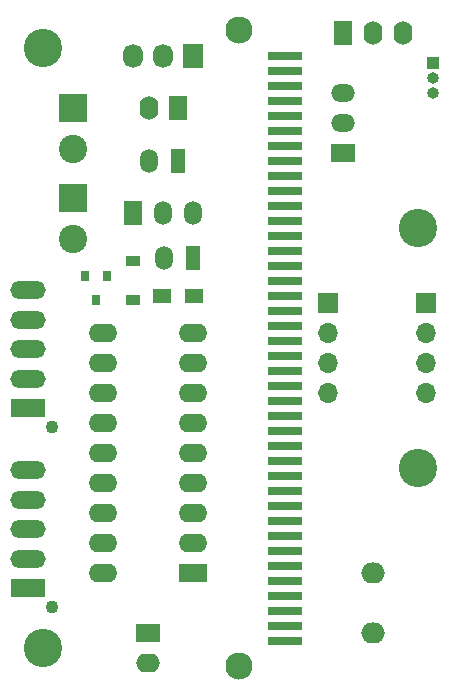
<source format=gts>
G04 #@! TF.FileFunction,Soldermask,Top*
%FSLAX46Y46*%
G04 Gerber Fmt 4.6, Leading zero omitted, Abs format (unit mm)*
G04 Created by KiCad (PCBNEW 4.0.7) date 09/15/19 19:40:42*
%MOMM*%
%LPD*%
G01*
G04 APERTURE LIST*
%ADD10C,0.100000*%
%ADD11R,1.700000X1.700000*%
%ADD12O,1.700000X1.700000*%
%ADD13O,2.000000X1.778000*%
%ADD14R,1.500000X2.000000*%
%ADD15O,1.600000X2.000000*%
%ADD16R,1.300000X2.000000*%
%ADD17O,1.500000X2.000000*%
%ADD18R,1.600000X2.000000*%
%ADD19O,2.000000X1.600000*%
%ADD20R,2.000000X1.600000*%
%ADD21O,1.520000X2.000000*%
%ADD22R,1.520000X2.000000*%
%ADD23O,2.000000X1.520000*%
%ADD24R,2.000000X1.520000*%
%ADD25R,1.000000X1.000000*%
%ADD26O,1.000000X1.000000*%
%ADD27R,3.000000X1.500000*%
%ADD28O,3.000000X1.500000*%
%ADD29C,1.100000*%
%ADD30C,3.250000*%
%ADD31R,1.727200X2.032000*%
%ADD32O,1.727200X2.032000*%
%ADD33C,2.400000*%
%ADD34R,2.400000X2.400000*%
%ADD35C,2.300000*%
%ADD36R,2.900000X0.800000*%
%ADD37R,2.400000X1.600000*%
%ADD38O,2.400000X1.600000*%
%ADD39R,0.800000X0.900000*%
%ADD40R,1.500000X1.300000*%
%ADD41R,1.200000X0.900000*%
G04 APERTURE END LIST*
D10*
D11*
X149860000Y-85090000D03*
D12*
X149860000Y-87630000D03*
X149860000Y-90170000D03*
X149860000Y-92710000D03*
D11*
X158115000Y-85090000D03*
D12*
X158115000Y-87630000D03*
X158115000Y-90170000D03*
X158115000Y-92710000D03*
D13*
X153670000Y-113030000D03*
X153670000Y-107950000D03*
D14*
X151130000Y-62230000D03*
D15*
X153670000Y-62230000D03*
X156210000Y-62230000D03*
D16*
X138430000Y-81280000D03*
D17*
X135930000Y-81280000D03*
D16*
X137160000Y-73025000D03*
D17*
X134660000Y-73025000D03*
D18*
X137160000Y-68580000D03*
D15*
X134660000Y-68580000D03*
D19*
X134620000Y-115530000D03*
D20*
X134620000Y-113030000D03*
D21*
X135890000Y-77470000D03*
X138430000Y-77470000D03*
D22*
X133350000Y-77470000D03*
D23*
X151130000Y-69850000D03*
X151130000Y-67310000D03*
D24*
X151130000Y-72390000D03*
D25*
X158750000Y-64770000D03*
D26*
X158750000Y-66040000D03*
X158750000Y-67310000D03*
D27*
X124460000Y-93980000D03*
D28*
X124460000Y-91480000D03*
X124460000Y-88980000D03*
X124460000Y-86480000D03*
X124460000Y-83980000D03*
D29*
X126460000Y-95580000D03*
D30*
X157480000Y-99060000D03*
X125730000Y-114300000D03*
X157480000Y-78740000D03*
X125730000Y-63500000D03*
D31*
X138430000Y-64135000D03*
D32*
X135890000Y-64135000D03*
X133350000Y-64135000D03*
D33*
X128270000Y-72080000D03*
D34*
X128270000Y-68580000D03*
D33*
X128270000Y-79700000D03*
D34*
X128270000Y-76200000D03*
D35*
X142310000Y-62000000D03*
D36*
X146210000Y-113665000D03*
X146210000Y-111125000D03*
X146210000Y-108585000D03*
X146210000Y-106045000D03*
X146210000Y-103505000D03*
X146210000Y-100965000D03*
X146210000Y-98425000D03*
X146210000Y-95885000D03*
X146210000Y-93345000D03*
X146210000Y-90805000D03*
X146210000Y-88265000D03*
X146210000Y-85725000D03*
X146210000Y-83185000D03*
X146210000Y-80645000D03*
X146210000Y-78105000D03*
X146210000Y-75565000D03*
X146210000Y-73025000D03*
X146210000Y-70485000D03*
X146210000Y-67945000D03*
X146210000Y-65405000D03*
X146210000Y-112395000D03*
X146210000Y-109855000D03*
X146210000Y-107315000D03*
X146210000Y-104775000D03*
X146210000Y-102235000D03*
X146210000Y-99695000D03*
X146210000Y-97155000D03*
X146210000Y-94615000D03*
X146210000Y-92075000D03*
X146210000Y-89535000D03*
X146210000Y-86995000D03*
X146210000Y-84455000D03*
X146210000Y-81915000D03*
X146210000Y-79375000D03*
X146210000Y-76835000D03*
X146210000Y-74295000D03*
X146210000Y-71755000D03*
X146210000Y-69215000D03*
X146210000Y-66675000D03*
X146210000Y-64135000D03*
D35*
X142310000Y-115800000D03*
D37*
X138430000Y-107950000D03*
D38*
X130810000Y-87630000D03*
X138430000Y-105410000D03*
X130810000Y-90170000D03*
X138430000Y-102870000D03*
X130810000Y-92710000D03*
X138430000Y-100330000D03*
X130810000Y-95250000D03*
X138430000Y-97790000D03*
X130810000Y-97790000D03*
X138430000Y-95250000D03*
X130810000Y-100330000D03*
X138430000Y-92710000D03*
X130810000Y-102870000D03*
X138430000Y-90170000D03*
X130810000Y-105410000D03*
X138430000Y-87630000D03*
X130810000Y-107950000D03*
D27*
X124460000Y-109220000D03*
D28*
X124460000Y-106720000D03*
X124460000Y-104220000D03*
X124460000Y-101720000D03*
X124460000Y-99220000D03*
D29*
X126460000Y-110820000D03*
D39*
X131125000Y-82820000D03*
X129225000Y-82820000D03*
X130175000Y-84820000D03*
D40*
X135810000Y-84455000D03*
X138510000Y-84455000D03*
D41*
X133350000Y-81535000D03*
X133350000Y-84835000D03*
M02*

</source>
